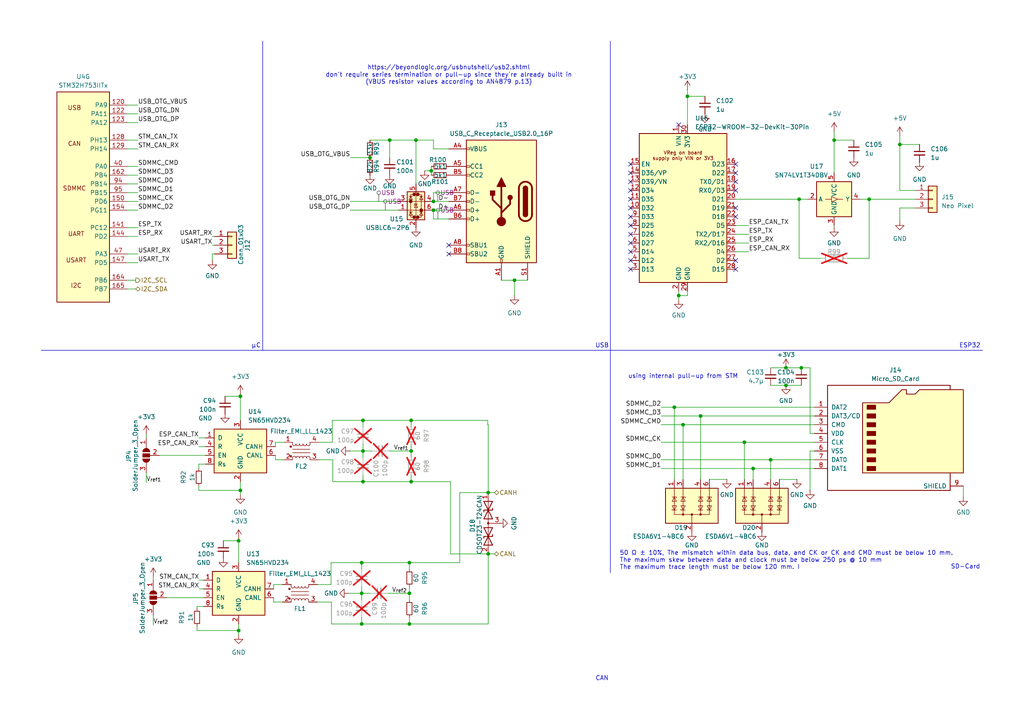
<source format=kicad_sch>
(kicad_sch
	(version 20250114)
	(generator "eeschema")
	(generator_version "9.0")
	(uuid "c61dd313-04ad-474f-9718-66b9bce07315")
	(paper "A4")
	
	(text "50 Ω ± 10%, The mismatch within data bus, data, and CK or CK and CMD must be below 10 mm.\nThe maximum skew between data and clock must be below 250 ps @ 10 mm\nThe maximum trace length must be below 120 mm. I"
		(exclude_from_sim no)
		(at 179.705 162.56 0)
		(effects
			(font
				(size 1.27 1.27)
			)
			(justify left)
		)
		(uuid "0232814d-2630-4b56-a948-0a44be293620")
	)
	(text "USB"
		(exclude_from_sim no)
		(at 174.625 100.33 0)
		(effects
			(font
				(size 1.27 1.27)
			)
		)
		(uuid "030ac795-edf5-444d-9323-762df8451be4")
	)
	(text "SD-Card"
		(exclude_from_sim no)
		(at 280.035 164.465 0)
		(effects
			(font
				(size 1.27 1.27)
			)
		)
		(uuid "05828fab-2d04-4397-b843-7a8ebdd025b6")
	)
	(text "don't require series termination or pull-up since they're already built in\n(VBUS resistor values according to AN4879 p.13)"
		(exclude_from_sim no)
		(at 130.175 22.86 0)
		(effects
			(font
				(size 1.27 1.27)
			)
		)
		(uuid "1055d774-b6a1-419a-b048-36be66eef259")
	)
	(text "µC"
		(exclude_from_sim no)
		(at 74.295 100.33 0)
		(effects
			(font
				(size 1.27 1.27)
			)
		)
		(uuid "116a24cc-e1f0-4e0d-bea5-abd9a8f91599")
	)
	(text "https://beyondlogic.org/usbnutshell/usb2.shtml"
		(exclude_from_sim no)
		(at 130.175 19.685 0)
		(effects
			(font
				(size 1.27 1.27)
			)
			(href "https://beyondlogic.org/usbnutshell/usb2.shtml")
		)
		(uuid "17aebb66-f36f-4773-91b3-aa6e98e3a3df")
	)
	(text "ESP32"
		(exclude_from_sim no)
		(at 281.305 100.33 0)
		(effects
			(font
				(size 1.27 1.27)
			)
		)
		(uuid "2f1a1088-c0ce-4de9-ae6e-34c8798ff98b")
	)
	(text "using internal pull-up from STM"
		(exclude_from_sim no)
		(at 198.12 109.22 0)
		(effects
			(font
				(size 1.27 1.27)
			)
		)
		(uuid "a2052886-6177-4247-95db-c4b735b95dd6")
	)
	(text "CAN"
		(exclude_from_sim no)
		(at 174.625 196.85 0)
		(effects
			(font
				(size 1.27 1.27)
			)
		)
		(uuid "aaa6aba1-4600-4726-ab41-4812b09f5f58")
	)
	(junction
		(at 231.775 57.785)
		(diameter 0)
		(color 0 0 0 0)
		(uuid "05cfbb34-84b8-41f9-b2c6-e5b00514da1d")
	)
	(junction
		(at 215.9 128.27)
		(diameter 0)
		(color 0 0 0 0)
		(uuid "0bbc3a19-37df-42ad-91f0-8540a0395fb7")
	)
	(junction
		(at 227.965 106.68)
		(diameter 0)
		(color 0 0 0 0)
		(uuid "18ab2d23-28e9-4932-9559-08cfc3b6ac2c")
	)
	(junction
		(at 232.41 106.68)
		(diameter 0)
		(color 0 0 0 0)
		(uuid "24fd9673-2273-4cc7-b851-95d6418ffacd")
	)
	(junction
		(at 118.745 180.975)
		(diameter 0)
		(color 0 0 0 0)
		(uuid "28a47998-b579-477b-8bd7-5184e4777d5e")
	)
	(junction
		(at 119.253 130.81)
		(diameter 0)
		(color 0 0 0 0)
		(uuid "3162dd44-bd73-462d-a1ba-3ec68e82b83a")
	)
	(junction
		(at 252.095 57.785)
		(diameter 0)
		(color 0 0 0 0)
		(uuid "318c4647-7bc1-4283-9b65-f73983dbd071")
	)
	(junction
		(at 149.225 81.28)
		(diameter 0)
		(color 0 0 0 0)
		(uuid "3c1013bf-bfba-435b-96c5-025b99d0e79f")
	)
	(junction
		(at 69.723 142.24)
		(diameter 0)
		(color 0 0 0 0)
		(uuid "3d875b4c-a7a5-4903-ad64-3ecea35d872b")
	)
	(junction
		(at 69.723 114.935)
		(diameter 0)
		(color 0 0 0 0)
		(uuid "41b0bad5-7e8d-4b02-8ba8-4522831df7e6")
	)
	(junction
		(at 107.315 45.72)
		(diameter 0)
		(color 0 0 0 0)
		(uuid "46e9cd3f-c4dc-4e06-874a-970861c8e4d0")
	)
	(junction
		(at 195.58 118.11)
		(diameter 0)
		(color 0 0 0 0)
		(uuid "483c68f8-8db5-413f-96da-d4c2dccc7777")
	)
	(junction
		(at 69.215 182.88)
		(diameter 0)
		(color 0 0 0 0)
		(uuid "4dfb8dde-4cef-4814-89d9-dc2c67abc0ea")
	)
	(junction
		(at 218.44 135.89)
		(diameter 0)
		(color 0 0 0 0)
		(uuid "50b25640-4ca4-435d-9ca2-96918ac454bf")
	)
	(junction
		(at 198.12 123.19)
		(diameter 0)
		(color 0 0 0 0)
		(uuid "52bd35f7-90f4-444f-80c2-b19c5579d427")
	)
	(junction
		(at 104.902 163.195)
		(diameter 0)
		(color 0 0 0 0)
		(uuid "53b32a67-343e-432d-9256-006aedde493b")
	)
	(junction
		(at 119.253 139.7)
		(diameter 0)
		(color 0 0 0 0)
		(uuid "6c0e76a3-6aad-4fb4-a948-d5eac4447136")
	)
	(junction
		(at 105.283 121.92)
		(diameter 0)
		(color 0 0 0 0)
		(uuid "7481ae21-ea6c-45fa-90b7-25db4fcacac0")
	)
	(junction
		(at 125.73 60.96)
		(diameter 0)
		(color 0 0 0 0)
		(uuid "76eb61ee-a5dc-435a-8704-218432069d76")
	)
	(junction
		(at 227.965 111.76)
		(diameter 0)
		(color 0 0 0 0)
		(uuid "7b77a6c7-da0a-42bd-826a-b38b72133772")
	)
	(junction
		(at 69.215 156.845)
		(diameter 0)
		(color 0 0 0 0)
		(uuid "7c2aa378-d994-4cbb-a7fd-662b6a6dbd3e")
	)
	(junction
		(at 223.52 133.35)
		(diameter 0)
		(color 0 0 0 0)
		(uuid "83a97a6e-f8be-41f0-8991-cb39de58c4f2")
	)
	(junction
		(at 199.39 27.94)
		(diameter 0)
		(color 0 0 0 0)
		(uuid "8a2ddf5a-e56d-4ddb-b3a7-3ce78fdb1ea7")
	)
	(junction
		(at 104.902 180.975)
		(diameter 0)
		(color 0 0 0 0)
		(uuid "8c902d7a-9a97-4247-a024-6511c85f57b0")
	)
	(junction
		(at 119.253 121.92)
		(diameter 0)
		(color 0 0 0 0)
		(uuid "9727df9d-30c2-4d31-a4a4-c18de4a38ffd")
	)
	(junction
		(at 141.605 160.655)
		(diameter 0)
		(color 0 0 0 0)
		(uuid "9b258187-c52a-4e59-8789-b7ac6ed5dc99")
	)
	(junction
		(at 104.902 172.085)
		(diameter 0)
		(color 0 0 0 0)
		(uuid "9cc87ece-ed33-40de-966c-51c2001dc894")
	)
	(junction
		(at 105.283 130.81)
		(diameter 0)
		(color 0 0 0 0)
		(uuid "9cdc856e-55bf-4f24-8496-a3f3c835efb4")
	)
	(junction
		(at 120.65 40.64)
		(diameter 0)
		(color 0 0 0 0)
		(uuid "9ea8c7a2-1503-4324-bc92-c95e051488ac")
	)
	(junction
		(at 141.605 142.875)
		(diameter 0)
		(color 0 0 0 0)
		(uuid "a02cb7ca-67e1-4267-9b51-48bfa47aa699")
	)
	(junction
		(at 203.2 120.65)
		(diameter 0)
		(color 0 0 0 0)
		(uuid "a030d523-f685-498c-a6ce-88394aca3cb6")
	)
	(junction
		(at 118.745 163.195)
		(diameter 0)
		(color 0 0 0 0)
		(uuid "b60abf17-3e74-47af-a488-26c720dd0b0f")
	)
	(junction
		(at 118.745 172.085)
		(diameter 0)
		(color 0 0 0 0)
		(uuid "b6c8fd7b-67f5-4777-9880-dd70ef3914a0")
	)
	(junction
		(at 196.85 85.725)
		(diameter 0)
		(color 0 0 0 0)
		(uuid "cee00a16-43e6-4734-87be-e840da75aabc")
	)
	(junction
		(at 105.283 139.7)
		(diameter 0)
		(color 0 0 0 0)
		(uuid "cf065f4e-64c6-411f-9278-3cbeff3ad8fd")
	)
	(junction
		(at 125.095 49.53)
		(diameter 0)
		(color 0 0 0 0)
		(uuid "d302f7ee-d45d-43f0-9f1f-85368a116229")
	)
	(junction
		(at 260.985 41.91)
		(diameter 0)
		(color 0 0 0 0)
		(uuid "e4280f40-0a8b-46b8-8a3f-bdc2bbc7d561")
	)
	(junction
		(at 241.935 40.64)
		(diameter 0)
		(color 0 0 0 0)
		(uuid "e66e4697-c658-4daa-8505-29693d7c6fa8")
	)
	(junction
		(at 125.73 58.42)
		(diameter 0)
		(color 0 0 0 0)
		(uuid "e8da3965-6ebf-4303-bffa-5c0b2fe16f2a")
	)
	(junction
		(at 113.03 40.64)
		(diameter 0)
		(color 0 0 0 0)
		(uuid "eef95e3a-9baf-4512-9c0f-0fb5481cc6c4")
	)
	(no_connect
		(at 182.88 73.025)
		(uuid "0f78565a-9a79-4977-842d-db81c2f3a858")
	)
	(no_connect
		(at 182.88 55.245)
		(uuid "1635493b-c0b0-4b22-91c0-dd20f89d28d6")
	)
	(no_connect
		(at 182.88 57.785)
		(uuid "2cd37b9b-1e16-4721-baaf-0f02fff9ee15")
	)
	(no_connect
		(at 213.36 47.625)
		(uuid "2e298096-7ace-418c-89a7-3d43d6bed0db")
	)
	(no_connect
		(at 182.88 60.325)
		(uuid "3bc25636-dee2-443e-8ccb-a980f456ac63")
	)
	(no_connect
		(at 182.88 50.165)
		(uuid "43d8676e-50c6-4697-acd1-a078ec396d67")
	)
	(no_connect
		(at 182.88 65.405)
		(uuid "4a7c660c-ecc7-4617-8099-7833ce97674f")
	)
	(no_connect
		(at 182.88 47.625)
		(uuid "5a25121c-a1f8-402a-a503-9b4b6773db57")
	)
	(no_connect
		(at 196.85 36.195)
		(uuid "5c9306cf-381b-4d82-8a3a-52bc964f2a36")
	)
	(no_connect
		(at 213.36 52.705)
		(uuid "5c964bdf-2ed2-4eef-b541-8ce09ccb6359")
	)
	(no_connect
		(at 182.88 78.105)
		(uuid "5cab31a6-586b-4cbb-8e74-6785a73b7287")
	)
	(no_connect
		(at 213.36 75.565)
		(uuid "627c0ac6-463b-4d74-9056-912f48f57f8c")
	)
	(no_connect
		(at 182.88 67.945)
		(uuid "662f2eb1-7541-4b5a-9b3e-348e11036abd")
	)
	(no_connect
		(at 182.88 52.705)
		(uuid "73269fd7-c364-4aef-a8b5-a2eabdfa97a8")
	)
	(no_connect
		(at 213.36 60.325)
		(uuid "797e1eed-a489-45da-8c0f-184fc597169c")
	)
	(no_connect
		(at 182.88 75.565)
		(uuid "8365a6d4-6d29-461b-904c-0324ca06fc5a")
	)
	(no_connect
		(at 182.88 62.865)
		(uuid "8ac847d1-9069-40ae-a3f2-d3aed782fb55")
	)
	(no_connect
		(at 213.36 78.105)
		(uuid "8f56c4af-52dc-4612-9881-b40f131d9649")
	)
	(no_connect
		(at 213.36 50.165)
		(uuid "b938ea39-6292-4387-8cd7-875c20a9d49a")
	)
	(no_connect
		(at 130.175 71.12)
		(uuid "d7064c93-16c6-497d-859a-7b410a29e175")
	)
	(no_connect
		(at 213.36 55.245)
		(uuid "da2de24c-d775-46ec-8771-ff0ede014a17")
	)
	(no_connect
		(at 130.175 73.66)
		(uuid "e5cfba84-9aae-4335-81b2-f9420a56298e")
	)
	(no_connect
		(at 182.88 70.485)
		(uuid "e700e196-44ff-4ef8-a8e9-38a5e666b895")
	)
	(no_connect
		(at 213.36 62.865)
		(uuid "ffc9674a-9076-447f-ba67-71a5716efeb9")
	)
	(wire
		(pts
			(xy 198.12 123.19) (xy 198.12 139.065)
		)
		(stroke
			(width 0)
			(type default)
		)
		(uuid "0126e725-cd4a-43de-a635-49074d4eee16")
	)
	(wire
		(pts
			(xy 113.03 40.64) (xy 120.65 40.64)
		)
		(stroke
			(width 0)
			(type default)
		)
		(uuid "03b6b96d-d108-4c6b-b2b6-d370d0813a07")
	)
	(wire
		(pts
			(xy 40.005 53.34) (xy 36.83 53.34)
		)
		(stroke
			(width 0)
			(type default)
		)
		(uuid "069c83cc-66af-4239-a3f2-6fc7c9797843")
	)
	(wire
		(pts
			(xy 227.965 106.68) (xy 232.41 106.68)
		)
		(stroke
			(width 0)
			(type default)
		)
		(uuid "0720b77c-06ec-4ddc-af8a-933409149d5c")
	)
	(wire
		(pts
			(xy 252.095 57.785) (xy 252.095 74.93)
		)
		(stroke
			(width 0)
			(type default)
		)
		(uuid "07821e1a-6081-4b53-af8d-3407e5dfe479")
	)
	(wire
		(pts
			(xy 96.139 174.625) (xy 96.139 180.975)
		)
		(stroke
			(width 0)
			(type default)
		)
		(uuid "07b7ef48-98f5-4f9c-8c83-e93a23111e86")
	)
	(wire
		(pts
			(xy 217.17 65.405) (xy 213.36 65.405)
		)
		(stroke
			(width 0)
			(type default)
		)
		(uuid "08072ded-74bf-4b0b-806c-19444be54a5d")
	)
	(wire
		(pts
			(xy 101.6 58.42) (xy 115.57 58.42)
		)
		(stroke
			(width 0)
			(type default)
		)
		(uuid "082fce0a-328f-4c33-b82d-f736243226bd")
	)
	(wire
		(pts
			(xy 125.095 49.53) (xy 125.095 50.8)
		)
		(stroke
			(width 0)
			(type default)
		)
		(uuid "0ea0bb12-e71d-4036-85a4-6c19fe123590")
	)
	(wire
		(pts
			(xy 79.883 133.35) (xy 79.883 132.08)
		)
		(stroke
			(width 0)
			(type default)
		)
		(uuid "0eb24822-65ba-4fcc-a791-110a601cab9c")
	)
	(wire
		(pts
			(xy 241.935 40.64) (xy 247.65 40.64)
		)
		(stroke
			(width 0)
			(type default)
		)
		(uuid "0ec11d76-de2c-47d9-b68b-71e96f39e5f7")
	)
	(wire
		(pts
			(xy 36.83 55.88) (xy 40.005 55.88)
		)
		(stroke
			(width 0)
			(type default)
		)
		(uuid "0f23c12c-ee24-49ec-857a-7c94676913f0")
	)
	(wire
		(pts
			(xy 113.03 40.64) (xy 113.03 45.72)
		)
		(stroke
			(width 0)
			(type default)
		)
		(uuid "0f360adf-082b-43ce-b071-56ba3d6d1ff9")
	)
	(wire
		(pts
			(xy 223.52 133.35) (xy 236.22 133.35)
		)
		(stroke
			(width 0)
			(type default)
		)
		(uuid "0fe1c355-612f-4426-80ff-01e842356dec")
	)
	(wire
		(pts
			(xy 199.39 27.94) (xy 199.39 36.195)
		)
		(stroke
			(width 0)
			(type default)
		)
		(uuid "11371f3a-622b-4d06-958d-0de2e3aefad4")
	)
	(wire
		(pts
			(xy 44.45 178.435) (xy 44.45 181.229)
		)
		(stroke
			(width 0)
			(type default)
		)
		(uuid "1191196b-173d-4dee-bb6d-b29a4d435163")
	)
	(wire
		(pts
			(xy 260.985 41.91) (xy 260.985 55.245)
		)
		(stroke
			(width 0)
			(type default)
		)
		(uuid "11fcf8a6-a9da-4e10-b537-040a5f04eac6")
	)
	(wire
		(pts
			(xy 92.075 169.545) (xy 96.012 169.545)
		)
		(stroke
			(width 0)
			(type default)
		)
		(uuid "1255d5b2-c80c-45ce-8562-7f9325184eb2")
	)
	(wire
		(pts
			(xy 119.253 121.92) (xy 141.478 121.92)
		)
		(stroke
			(width 0)
			(type default)
		)
		(uuid "16abee5d-4262-4bfd-ba27-099017bd3c89")
	)
	(wire
		(pts
			(xy 199.39 85.725) (xy 199.39 84.455)
		)
		(stroke
			(width 0)
			(type default)
		)
		(uuid "175d1789-0795-45ea-bebd-00c51a23ce0a")
	)
	(wire
		(pts
			(xy 191.77 133.35) (xy 223.52 133.35)
		)
		(stroke
			(width 0)
			(type default)
		)
		(uuid "1771b8ef-8c2d-4dbc-bfd3-902fd9585271")
	)
	(wire
		(pts
			(xy 61.595 73.66) (xy 61.595 75.565)
		)
		(stroke
			(width 0)
			(type default)
		)
		(uuid "1851c3fc-c833-4316-939d-3a55a4935065")
	)
	(wire
		(pts
			(xy 61.595 71.12) (xy 62.23 71.12)
		)
		(stroke
			(width 0)
			(type default)
		)
		(uuid "18ab3ef7-d310-4dfe-9bd7-87f1a836a671")
	)
	(wire
		(pts
			(xy 36.83 33.02) (xy 40.005 33.02)
		)
		(stroke
			(width 0)
			(type default)
		)
		(uuid "1b135d7b-8f10-4d19-9a19-146ba9d74198")
	)
	(wire
		(pts
			(xy 112.522 172.085) (xy 118.745 172.085)
		)
		(stroke
			(width 0)
			(type default)
		)
		(uuid "1c380b4c-4cae-4aa6-b682-a869ce94709e")
	)
	(wire
		(pts
			(xy 96.393 121.92) (xy 105.283 121.92)
		)
		(stroke
			(width 0)
			(type default)
		)
		(uuid "1c39585e-5704-44d0-a33d-b3876c68f352")
	)
	(wire
		(pts
			(xy 69.723 114.3) (xy 69.723 114.935)
		)
		(stroke
			(width 0)
			(type default)
		)
		(uuid "1e2b6175-d853-4821-ba74-1f24382ec349")
	)
	(wire
		(pts
			(xy 105.283 121.92) (xy 119.253 121.92)
		)
		(stroke
			(width 0)
			(type default)
		)
		(uuid "1ecee70f-1b0e-4963-98bb-53f91fcf7497")
	)
	(wire
		(pts
			(xy 118.745 170.18) (xy 118.745 172.085)
		)
		(stroke
			(width 0)
			(type default)
		)
		(uuid "216a5d0c-6bc2-4d57-bfc1-a0137443fd45")
	)
	(wire
		(pts
			(xy 125.73 55.88) (xy 130.175 55.88)
		)
		(stroke
			(width 0)
			(type default)
		)
		(uuid "21acc590-ee7c-4d1e-8e1e-92f9f843d3c0")
	)
	(wire
		(pts
			(xy 36.83 60.96) (xy 40.005 60.96)
		)
		(stroke
			(width 0)
			(type default)
		)
		(uuid "2201ad5c-2ea0-4a84-9169-84f97ac3d850")
	)
	(wire
		(pts
			(xy 125.73 60.96) (xy 130.175 60.96)
		)
		(stroke
			(width 0)
			(type default)
		)
		(uuid "23e71670-b058-4e01-a066-4bf14b43a603")
	)
	(wire
		(pts
			(xy 118.745 172.085) (xy 118.745 173.99)
		)
		(stroke
			(width 0)
			(type default)
		)
		(uuid "25fcae18-2fce-4a2e-b99e-14db92c22b5a")
	)
	(wire
		(pts
			(xy 133.35 142.875) (xy 141.605 142.875)
		)
		(stroke
			(width 0)
			(type default)
		)
		(uuid "27d7ae8c-7eae-4f28-bd8f-3df57c79cc78")
	)
	(wire
		(pts
			(xy 217.17 73.025) (xy 213.36 73.025)
		)
		(stroke
			(width 0)
			(type default)
		)
		(uuid "29423af5-f664-45ad-bb1e-0735e38873c2")
	)
	(wire
		(pts
			(xy 118.745 163.195) (xy 133.35 163.195)
		)
		(stroke
			(width 0)
			(type default)
		)
		(uuid "2d763691-facb-4f15-9e9f-59c2b2d09226")
	)
	(wire
		(pts
			(xy 40.005 30.48) (xy 36.83 30.48)
		)
		(stroke
			(width 0)
			(type default)
		)
		(uuid "2e6d5f7d-e2c5-4fff-9ab8-ff9e5059fed6")
	)
	(wire
		(pts
			(xy 238.125 74.93) (xy 231.775 74.93)
		)
		(stroke
			(width 0)
			(type default)
		)
		(uuid "2fa12003-ea95-4a7e-a7b4-8f6dd8428bb3")
	)
	(wire
		(pts
			(xy 44.45 167.259) (xy 44.45 168.275)
		)
		(stroke
			(width 0)
			(type default)
		)
		(uuid "2fe633c0-4d3d-40d2-b66e-9c920b1c7a86")
	)
	(wire
		(pts
			(xy 218.44 139.065) (xy 218.44 135.89)
		)
		(stroke
			(width 0)
			(type default)
		)
		(uuid "3173a2ad-906e-47f8-a364-fc370f3c628a")
	)
	(wire
		(pts
			(xy 145.415 151.765) (xy 144.653 151.765)
		)
		(stroke
			(width 0)
			(type default)
		)
		(uuid "31a4bbdf-559b-4207-a858-901d74817d56")
	)
	(wire
		(pts
			(xy 65.278 114.935) (xy 69.723 114.935)
		)
		(stroke
			(width 0)
			(type default)
		)
		(uuid "32faf47c-e64c-44b4-9d62-4d28d8d4153b")
	)
	(polyline
		(pts
			(xy 11.938 101.6) (xy 284.988 101.6)
		)
		(stroke
			(width 0)
			(type default)
		)
		(uuid "3585df17-1500-4acf-8047-979ff4b5fedc")
	)
	(wire
		(pts
			(xy 69.215 182.88) (xy 69.215 184.15)
		)
		(stroke
			(width 0)
			(type default)
		)
		(uuid "364b407f-3b1e-4c62-9eb8-d29a94c13635")
	)
	(wire
		(pts
			(xy 130.683 160.655) (xy 130.683 139.7)
		)
		(stroke
			(width 0)
			(type default)
		)
		(uuid "37424b4b-71c8-41c4-b362-ea3007ee2cc4")
	)
	(wire
		(pts
			(xy 231.775 74.93) (xy 231.775 57.785)
		)
		(stroke
			(width 0)
			(type default)
		)
		(uuid "393f9b29-c1fb-4477-8410-888c1c775882")
	)
	(wire
		(pts
			(xy 241.935 38.1) (xy 241.935 40.64)
		)
		(stroke
			(width 0)
			(type default)
		)
		(uuid "395ffaba-dbfc-4c84-b3a1-2617223e9f3e")
	)
	(wire
		(pts
			(xy 96.52 133.35) (xy 96.52 139.7)
		)
		(stroke
			(width 0)
			(type default)
		)
		(uuid "3b6bddeb-5651-4db5-98b2-9b6f3f702707")
	)
	(wire
		(pts
			(xy 101.6 45.72) (xy 107.315 45.72)
		)
		(stroke
			(width 0)
			(type default)
		)
		(uuid "3d2cc28f-a815-44ff-b579-98f1bafc55ff")
	)
	(wire
		(pts
			(xy 236.22 125.73) (xy 234.95 125.73)
		)
		(stroke
			(width 0)
			(type default)
		)
		(uuid "3d36dc6e-fb6c-4d22-b425-43462a3be059")
	)
	(wire
		(pts
			(xy 36.83 73.66) (xy 40.005 73.66)
		)
		(stroke
			(width 0)
			(type default)
		)
		(uuid "3e2111f4-1096-49ea-babe-955e0bcbceb6")
	)
	(wire
		(pts
			(xy 119.253 128.905) (xy 119.253 130.81)
		)
		(stroke
			(width 0)
			(type default)
		)
		(uuid "418d6449-7d54-435c-9348-9ebcc667fba1")
	)
	(wire
		(pts
			(xy 149.225 81.28) (xy 145.415 81.28)
		)
		(stroke
			(width 0)
			(type default)
		)
		(uuid "43eb60ad-a089-43b3-8c73-3cd2d4334140")
	)
	(wire
		(pts
			(xy 226.06 139.065) (xy 231.14 139.065)
		)
		(stroke
			(width 0)
			(type default)
		)
		(uuid "4509c7f5-35ec-4bd1-89e7-1a05d5b53aa2")
	)
	(wire
		(pts
			(xy 125.73 58.42) (xy 125.73 55.88)
		)
		(stroke
			(width 0)
			(type default)
		)
		(uuid "4991bdca-b170-43ed-84ef-9caf2ab85aec")
	)
	(wire
		(pts
			(xy 118.745 179.07) (xy 118.745 180.975)
		)
		(stroke
			(width 0)
			(type default)
		)
		(uuid "4abd7593-788c-4faf-8edb-6bf231a57d07")
	)
	(wire
		(pts
			(xy 61.595 68.58) (xy 62.23 68.58)
		)
		(stroke
			(width 0)
			(type default)
		)
		(uuid "4c385e60-1b83-4735-8d87-273cadd39ee9")
	)
	(wire
		(pts
			(xy 120.65 40.64) (xy 125.73 40.64)
		)
		(stroke
			(width 0)
			(type default)
		)
		(uuid "4c4a7a36-80ee-4595-b311-1291392bf06c")
	)
	(wire
		(pts
			(xy 231.775 57.785) (xy 234.315 57.785)
		)
		(stroke
			(width 0)
			(type default)
		)
		(uuid "4dc32d7f-3ff8-43a5-afb9-2f4908b6a181")
	)
	(wire
		(pts
			(xy 141.605 160.655) (xy 141.605 180.975)
		)
		(stroke
			(width 0)
			(type default)
		)
		(uuid "4f3190e5-1fec-4c20-8c78-bb72eed0982d")
	)
	(wire
		(pts
			(xy 260.985 55.245) (xy 265.43 55.245)
		)
		(stroke
			(width 0)
			(type default)
		)
		(uuid "4f4d3fff-85b9-4083-bd46-2b914ab4a849")
	)
	(wire
		(pts
			(xy 223.52 133.35) (xy 223.52 139.065)
		)
		(stroke
			(width 0)
			(type default)
		)
		(uuid "4ff43a78-6f92-4a7c-8cfb-ed39be066f5a")
	)
	(wire
		(pts
			(xy 234.95 130.81) (xy 234.95 142.24)
		)
		(stroke
			(width 0)
			(type default)
		)
		(uuid "5121f087-75a7-4517-bf80-93142898bd7b")
	)
	(wire
		(pts
			(xy 223.52 111.76) (xy 227.965 111.76)
		)
		(stroke
			(width 0)
			(type default)
		)
		(uuid "551574cf-3580-4b1f-8680-a14f6beb8bdd")
	)
	(wire
		(pts
			(xy 79.883 128.27) (xy 82.296 128.27)
		)
		(stroke
			(width 0)
			(type default)
		)
		(uuid "569600ce-4916-426c-ad6a-43656f889c21")
	)
	(wire
		(pts
			(xy 69.215 156.21) (xy 69.215 156.845)
		)
		(stroke
			(width 0)
			(type default)
		)
		(uuid "573d52d7-2912-42f7-a32c-98f9437fcfb4")
	)
	(wire
		(pts
			(xy 57.785 168.275) (xy 59.055 168.275)
		)
		(stroke
			(width 0)
			(type default)
		)
		(uuid "58a5b0f4-7372-4ed6-b2ff-21c9fc14c383")
	)
	(wire
		(pts
			(xy 191.77 135.89) (xy 218.44 135.89)
		)
		(stroke
			(width 0)
		
... [136372 chars truncated]
</source>
